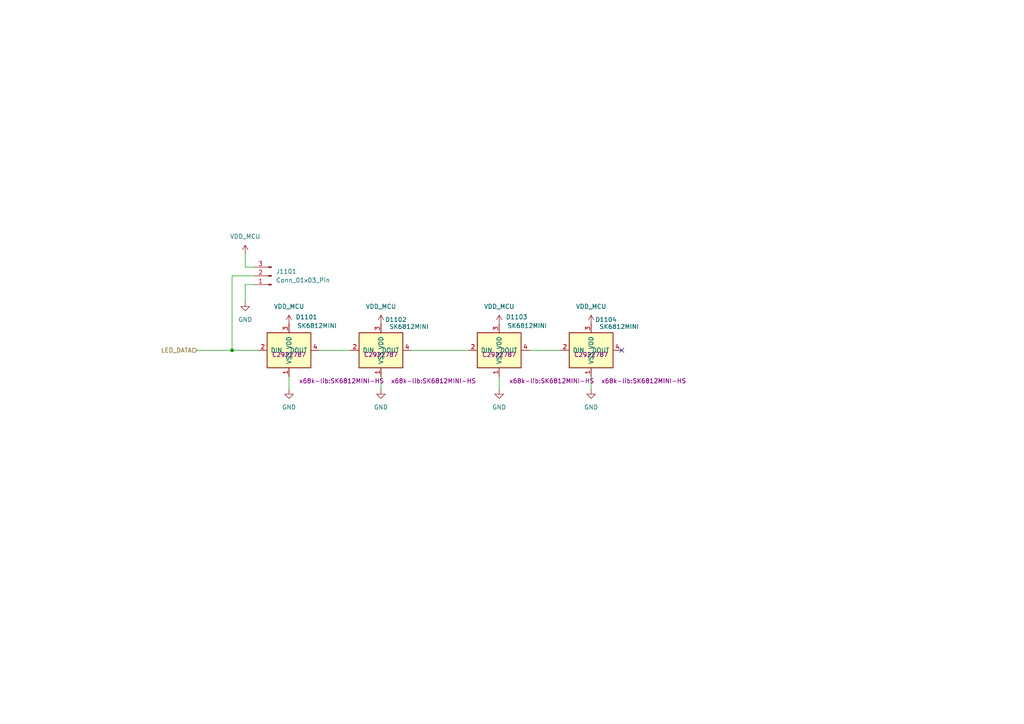
<source format=kicad_sch>
(kicad_sch (version 20250114) (generator "eeschema") (generator_version "9.0")
  (paper "A4")
  (lib_symbols
    (symbol "Connector:Conn_01x03_Pin" (pin_names (offset 1.016) (hide yes))
      (property "Reference" "J" (at 0 5.08 0))
      (property "Value" "Conn_01x03_Pin" (at 0 -5.08 0))
      (symbol "Conn_01x03_Pin_1_1"
        (rectangle (start 0.8636 2.667) (end 0 2.413) (stroke (width 0.1524)) (fill (type outline)))
        (rectangle (start 0.8636 0.127) (end 0 -0.127) (stroke (width 0.1524)) (fill (type outline)))
        (rectangle (start 0.8636 -2.413) (end 0 -2.667) (stroke (width 0.1524)) (fill (type outline)))
        (polyline (pts (xy 1.27 2.54) (xy 0.8636 2.54)) (stroke (width 0.1524)))
        (polyline (pts (xy 1.27 0) (xy 0.8636 0)) (stroke (width 0.1524)))
        (polyline (pts (xy 1.27 -2.54) (xy 0.8636 -2.54)) (stroke (width 0.1524)))
        (pin passive line (at 5.08 2.54 180) (length 3.81) (name "Pin_1") (number "1"))
        (pin passive line (at 5.08 0 180) (length 3.81) (name "Pin_2") (number "2"))
        (pin passive line (at 5.08 -2.54 180) (length 3.81) (name "Pin_3") (number "3"))
      )
    )
    (symbol "power:+5V" (power) (pin_numbers (hide yes)) (pin_names (offset 0) (hide yes))
      (property "Value" "+5V" (at 0 3.556 0))
      (symbol "+5V_0_1"
        (polyline (pts (xy -0.762 1.27) (xy 0 2.54)))
        (polyline (pts (xy 0 2.54) (xy 0.762 1.27)))
        (polyline (pts (xy 0 0) (xy 0 2.54)))
      )
      (symbol "+5V_1_1"
        (pin power_in line (at 0 0 90) (length 0) (name "~") (number "1"))
      )
    )
    (symbol "power:GND" (power) (pin_numbers (hide yes)) (pin_names (offset 0) (hide yes))
      (property "Value" "GND" (at 0 -3.81 0))
      (symbol "GND_0_1"
        (polyline (pts (xy 0 0) (xy 0 -1.27) (xy 1.27 -1.27) (xy 0 -2.54) (xy -1.27 -1.27) (xy 0 -1.27)))
      )
      (symbol "GND_1_1"
        (pin power_in line (at 0 0 270) (length 0) (name "~") (number "1"))
      )
    )
    (symbol "x68000-ext:SK6812MINI-HS" (pin_names (offset 1.016))
      (property "Reference" "LED" (at 3.81 -5.08 0))
      (property "Value" "SK6812MINI-HS" (at 5.08 8.89 0))
      (property "Footprint" "x68k-lib:SK6812MINI-HS" (at 15.24 -7.62 0))
      (property "LCSC" "C2922787" (at 0 0 0))
      (symbol "SK6812MINI-HS_0_1"
        (rectangle (start -6.35 6.35) (end 6.35 -3.81) (stroke (width 0.254)) (fill (type background)))
      )
      (symbol "SK6812MINI-HS_1_1"
        (pin input line (at -8.89 1.27 0) (length 2.54) (name "DIN") (number "2"))
        (pin power_in line (at 0 8.89 270) (length 2.54) (name "VDD") (number "3"))
        (pin power_in line (at 0 -6.35 90) (length 2.54) (name "VSS") (number "1"))
        (pin output line (at 8.89 1.27 180) (length 2.54) (name "DOUT") (number "4"))
      )
    )
  )
  (junction (at 67.31 101.6))
  (no_connect (at 180.34 101.6))
  (wire (pts (xy 71.12 77.47) (xy 73.66 77.47)))
  (wire (pts (xy 92.71 101.6) (xy 101.6 101.6)))
  (wire (pts (xy 119.38 101.6) (xy 135.89 101.6)))
  (wire (pts (xy 57.15 101.6) (xy 67.31 101.6)))
  (wire (pts (xy 71.12 73.66) (xy 71.12 77.47)))
  (wire (pts (xy 144.78 113.03) (xy 144.78 109.22)))
  (wire (pts (xy 67.31 101.6) (xy 74.93 101.6)))
  (wire (pts (xy 110.49 113.03) (xy 110.49 109.22)))
  (wire (pts (xy 153.67 101.6) (xy 162.56 101.6)))
  (wire (pts (xy 171.45 113.03) (xy 171.45 109.22)))
  (wire (pts (xy 67.31 80.01) (xy 67.31 101.6)))
  (wire (pts (xy 73.66 82.55) (xy 71.12 82.55)))
  (wire (pts (xy 83.82 113.03) (xy 83.82 109.22)))
  (wire (pts (xy 73.66 80.01) (xy 67.31 80.01)))
  (wire (pts (xy 71.12 82.55) (xy 71.12 87.63)))
  (hierarchical_label "LED_DATA" (shape input) (at 57.15 101.6 180))
  (symbol (lib_id "x68000-ext:SK6812MINI-HS") (at 144.78 102.87 0) (unit 1)
    (property "Reference" "D1103" (at 149.86 91.948 0))
    (property "Value" "SK6812MINI" (at 152.908 94.488 0))
    (property "Footprint" "x68k-lib:SK6812MINI-HS" (at 160.02 110.49 0))
    (property "Datasheet" "https://cdn-shop.adafruit.com/product-files/2686/SK6812MINI_REV.01-1-2.pdf" (effects (hide yes)))
    (property "Description" "RGB LED with integrated controller" (effects (hide yes)))
    (property "LCSC" "C2922787" (at 144.78 102.87 0))
  )
  (symbol (lib_id "x68000-ext:SK6812MINI-HS") (at 83.82 102.87 0) (unit 1)
    (property "Reference" "D1101" (at 88.9 91.948 0))
    (property "Value" "SK6812MINI" (at 91.948 94.488 0))
    (property "Footprint" "x68k-lib:SK6812MINI-HS" (at 99.06 110.49 0))
    (property "Datasheet" "https://cdn-shop.adafruit.com/product-files/2686/SK6812MINI_REV.01-1-2.pdf" (effects (hide yes)))
    (property "Description" "RGB LED with integrated controller" (effects (hide yes)))
    (property "LCSC" "C2922787" (at 83.82 102.87 0))
  )
  (symbol (lib_id "power:GND") (at 144.78 113.03 0) (unit 1)
    (property "Reference" "#PWR01109" (effects (hide yes)))
    (property "Value" "GND" (at 144.78 118.11 0))
    (property "Description" "Power symbol creates a global label with name \"GND\" , ground" (effects (hide yes)))
  )
  (symbol (lib_id "power:GND") (at 71.12 87.63 0) (unit 1)
    (property "Reference" "#PWR01102" (effects (hide yes)))
    (property "Value" "GND" (at 71.12 92.71 0))
    (property "Description" "Power symbol creates a global label with name \"GND\" , ground" (effects (hide yes)))
  )
  (symbol (lib_id "power:+5V") (at 71.12 73.66 0) (unit 1)
    (property "Reference" "#PWR01101" (effects (hide yes)))
    (property "Value" "VDD_MCU" (at 71.12 68.58 0))
    (property "Description" "Power symbol creates a global label with name \"+5V\"" (effects (hide yes)))
  )
  (symbol (lib_id "x68000-ext:SK6812MINI-HS") (at 171.45 102.87 0) (unit 1)
    (property "Reference" "D1104" (at 175.768 92.71 0))
    (property "Value" "SK6812MINI" (at 179.578 94.742 0))
    (property "Footprint" "x68k-lib:SK6812MINI-HS" (at 186.69 110.49 0))
    (property "Datasheet" "https://cdn-shop.adafruit.com/product-files/2686/SK6812MINI_REV.01-1-2.pdf" (effects (hide yes)))
    (property "Description" "RGB LED with integrated controller" (effects (hide yes)))
    (property "LCSC" "C2922787" (at 171.45 102.87 0))
  )
  (symbol (lib_id "power:GND") (at 171.45 113.03 0) (unit 1)
    (property "Reference" "#PWR01110" (effects (hide yes)))
    (property "Value" "GND" (at 171.45 118.11 0))
    (property "Description" "Power symbol creates a global label with name \"GND\" , ground" (effects (hide yes)))
  )
  (symbol (lib_id "power:GND") (at 83.82 113.03 0) (unit 1)
    (property "Reference" "#PWR01107" (effects (hide yes)))
    (property "Value" "GND" (at 83.82 118.11 0))
    (property "Description" "Power symbol creates a global label with name \"GND\" , ground" (effects (hide yes)))
  )
  (symbol (lib_id "power:+5V") (at 83.82 93.98 0) (unit 1)
    (property "Reference" "#PWR01103" (effects (hide yes)))
    (property "Value" "VDD_MCU" (at 83.82 88.9 0))
    (property "Description" "Power symbol creates a global label with name \"+5V\"" (effects (hide yes)))
  )
  (symbol (lib_id "power:+5V") (at 171.45 93.98 0) (unit 1)
    (property "Reference" "#PWR01106" (effects (hide yes)))
    (property "Value" "VDD_MCU" (at 171.45 88.9 0))
    (property "Description" "Power symbol creates a global label with name \"+5V\"" (effects (hide yes)))
  )
  (symbol (lib_id "power:GND") (at 110.49 113.03 0) (unit 1)
    (property "Reference" "#PWR01108" (effects (hide yes)))
    (property "Value" "GND" (at 110.49 118.11 0))
    (property "Description" "Power symbol creates a global label with name \"GND\" , ground" (effects (hide yes)))
  )
  (symbol (lib_id "power:+5V") (at 144.78 93.98 0) (unit 1)
    (property "Reference" "#PWR01105" (effects (hide yes)))
    (property "Value" "VDD_MCU" (at 144.78 88.9 0))
    (property "Description" "Power symbol creates a global label with name \"+5V\"" (effects (hide yes)))
  )
  (symbol (lib_id "Connector:Conn_01x03_Pin") (at 78.74 80.01 180) (unit 1)
    (property "Reference" "J1101" (at 80.01 78.7399 0) (effects (justify right)))
    (property "Value" "Conn_01x03_Pin" (at 80.01 81.2799 0) (effects (justify right)))
    (property "Footprint" "Connector_PinHeader_2.54mm:PinHeader_1x03_P2.54mm_Vertical" (effects (hide yes)))
    (property "Description" "Generic connector, single row, 01x03, script generated" (effects (hide yes)))
    (property "LCSC" "C49257" (effects (hide yes)))
  )
  (symbol (lib_id "power:+5V") (at 110.49 93.98 0) (unit 1)
    (property "Reference" "#PWR01104" (effects (hide yes)))
    (property "Value" "VDD_MCU" (at 110.49 88.9 0))
    (property "Description" "Power symbol creates a global label with name \"+5V\"" (effects (hide yes)))
  )
  (symbol (lib_id "x68000-ext:SK6812MINI-HS") (at 110.49 102.87 0) (unit 1)
    (property "Reference" "D1102" (at 114.808 92.71 0))
    (property "Value" "SK6812MINI" (at 118.618 94.742 0))
    (property "Footprint" "x68k-lib:SK6812MINI-HS" (at 125.73 110.49 0))
    (property "Datasheet" "https://cdn-shop.adafruit.com/product-files/2686/SK6812MINI_REV.01-1-2.pdf" (effects (hide yes)))
    (property "Description" "RGB LED with integrated controller" (effects (hide yes)))
    (property "LCSC" "C2922787" (at 110.49 102.87 0))
  )
)
</source>
